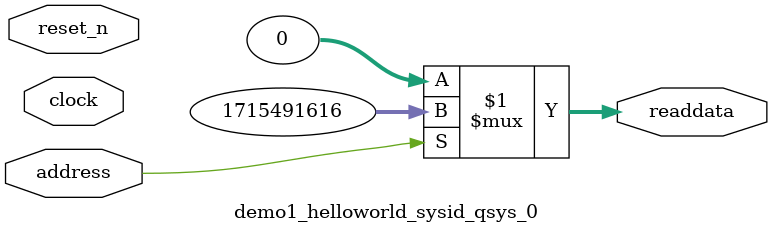
<source format=v>



// synthesis translate_off
`timescale 1ns / 1ps
// synthesis translate_on

// turn off superfluous verilog processor warnings 
// altera message_level Level1 
// altera message_off 10034 10035 10036 10037 10230 10240 10030 

module demo1_helloworld_sysid_qsys_0 (
               // inputs:
                address,
                clock,
                reset_n,

               // outputs:
                readdata
             )
;

  output  [ 31: 0] readdata;
  input            address;
  input            clock;
  input            reset_n;

  wire    [ 31: 0] readdata;
  //control_slave, which is an e_avalon_slave
  assign readdata = address ? 1715491616 : 0;

endmodule



</source>
